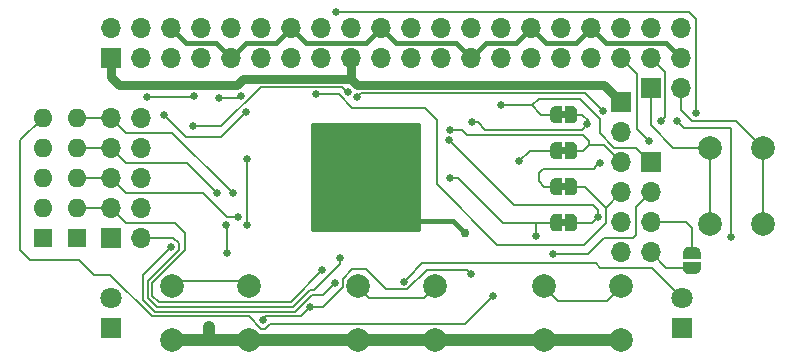
<source format=gbl>
G04 #@! TF.GenerationSoftware,KiCad,Pcbnew,(5.1.4)-1*
G04 #@! TF.CreationDate,2019-11-20T21:09:20+00:00*
G04 #@! TF.ProjectId,rgb-to-hdmi,7267622d-746f-42d6-9864-6d692e6b6963,rev?*
G04 #@! TF.SameCoordinates,Original*
G04 #@! TF.FileFunction,Copper,L2,Bot*
G04 #@! TF.FilePolarity,Positive*
%FSLAX46Y46*%
G04 Gerber Fmt 4.6, Leading zero omitted, Abs format (unit mm)*
G04 Created by KiCad (PCBNEW (5.1.4)-1) date 2019-11-20 21:09:20*
%MOMM*%
%LPD*%
G04 APERTURE LIST*
%ADD10C,0.100000*%
%ADD11O,1.600000X1.600000*%
%ADD12R,1.600000X1.600000*%
%ADD13R,1.700000X1.700000*%
%ADD14O,1.700000X1.700000*%
%ADD15C,0.500000*%
%ADD16R,1.800000X1.800000*%
%ADD17C,1.800000*%
%ADD18C,2.000000*%
%ADD19C,0.762000*%
%ADD20C,0.660400*%
%ADD21C,0.381000*%
%ADD22C,0.762000*%
%ADD23C,0.203200*%
%ADD24C,1.016000*%
%ADD25C,0.254000*%
G04 APERTURE END LIST*
D10*
G36*
X59476000Y-37444960D02*
G01*
X58976000Y-37444960D01*
X58976000Y-36844960D01*
X59476000Y-36844960D01*
X59476000Y-37444960D01*
G37*
G36*
X59476000Y-34396960D02*
G01*
X58976000Y-34396960D01*
X58976000Y-33796960D01*
X59476000Y-33796960D01*
X59476000Y-34396960D01*
G37*
G36*
X59461000Y-43540960D02*
G01*
X58961000Y-43540960D01*
X58961000Y-42940960D01*
X59461000Y-42940960D01*
X59461000Y-43540960D01*
G37*
G36*
X59476000Y-40492960D02*
G01*
X58976000Y-40492960D01*
X58976000Y-39892960D01*
X59476000Y-39892960D01*
X59476000Y-40492960D01*
G37*
D11*
X18027200Y-34350960D03*
X18027200Y-36890960D03*
X18027200Y-39430960D03*
X18027200Y-41970960D03*
D12*
X18027200Y-44510960D03*
D13*
X20872000Y-44510960D03*
D14*
X23412000Y-44510960D03*
X20872000Y-41970960D03*
X23412000Y-41970960D03*
X20872000Y-39430960D03*
X23412000Y-39430960D03*
X20872000Y-36890960D03*
X23412000Y-36890960D03*
X20872000Y-34350960D03*
X23412000Y-34350960D03*
D15*
X70071800Y-45791360D03*
D10*
G36*
X69322402Y-45791360D02*
G01*
X69322402Y-45766826D01*
X69327212Y-45717995D01*
X69336784Y-45669870D01*
X69351028Y-45622915D01*
X69369805Y-45577582D01*
X69392936Y-45534309D01*
X69420196Y-45493510D01*
X69451324Y-45455581D01*
X69486021Y-45420884D01*
X69523950Y-45389756D01*
X69564749Y-45362496D01*
X69608022Y-45339365D01*
X69653355Y-45320588D01*
X69700310Y-45306344D01*
X69748435Y-45296772D01*
X69797266Y-45291962D01*
X69821800Y-45291962D01*
X69821800Y-45291360D01*
X70321800Y-45291360D01*
X70321800Y-45291962D01*
X70346334Y-45291962D01*
X70395165Y-45296772D01*
X70443290Y-45306344D01*
X70490245Y-45320588D01*
X70535578Y-45339365D01*
X70578851Y-45362496D01*
X70619650Y-45389756D01*
X70657579Y-45420884D01*
X70692276Y-45455581D01*
X70723404Y-45493510D01*
X70750664Y-45534309D01*
X70773795Y-45577582D01*
X70792572Y-45622915D01*
X70806816Y-45669870D01*
X70816388Y-45717995D01*
X70821198Y-45766826D01*
X70821198Y-45791360D01*
X70821800Y-45791360D01*
X70821800Y-46291360D01*
X69321800Y-46291360D01*
X69321800Y-45791360D01*
X69322402Y-45791360D01*
X69322402Y-45791360D01*
G37*
D15*
X70071800Y-47091360D03*
D10*
G36*
X70821800Y-46591360D02*
G01*
X70821800Y-47091360D01*
X70821198Y-47091360D01*
X70821198Y-47115894D01*
X70816388Y-47164725D01*
X70806816Y-47212850D01*
X70792572Y-47259805D01*
X70773795Y-47305138D01*
X70750664Y-47348411D01*
X70723404Y-47389210D01*
X70692276Y-47427139D01*
X70657579Y-47461836D01*
X70619650Y-47492964D01*
X70578851Y-47520224D01*
X70535578Y-47543355D01*
X70490245Y-47562132D01*
X70443290Y-47576376D01*
X70395165Y-47585948D01*
X70346334Y-47590758D01*
X70321800Y-47590758D01*
X70321800Y-47591360D01*
X69821800Y-47591360D01*
X69821800Y-47590758D01*
X69797266Y-47590758D01*
X69748435Y-47585948D01*
X69700310Y-47576376D01*
X69653355Y-47562132D01*
X69608022Y-47543355D01*
X69564749Y-47520224D01*
X69523950Y-47492964D01*
X69486021Y-47461836D01*
X69451324Y-47427139D01*
X69420196Y-47389210D01*
X69392936Y-47348411D01*
X69369805Y-47305138D01*
X69351028Y-47259805D01*
X69336784Y-47212850D01*
X69327212Y-47164725D01*
X69322402Y-47115894D01*
X69322402Y-47091360D01*
X69321800Y-47091360D01*
X69321800Y-46591360D01*
X70821800Y-46591360D01*
X70821800Y-46591360D01*
G37*
D13*
X66592000Y-38135560D03*
D14*
X66592000Y-40675560D03*
X66592000Y-43215560D03*
X66592000Y-45755560D03*
X69132000Y-26730960D03*
X69132000Y-29270960D03*
X66592000Y-26730960D03*
X66592000Y-29270960D03*
X64052000Y-26730960D03*
X64052000Y-29270960D03*
X61512000Y-26730960D03*
X61512000Y-29270960D03*
X58972000Y-26730960D03*
X58972000Y-29270960D03*
X56432000Y-26730960D03*
X56432000Y-29270960D03*
X53892000Y-26730960D03*
X53892000Y-29270960D03*
X51352000Y-26730960D03*
X51352000Y-29270960D03*
X48812000Y-26730960D03*
X48812000Y-29270960D03*
X46272000Y-26730960D03*
X46272000Y-29270960D03*
X43732000Y-26730960D03*
X43732000Y-29270960D03*
X41192000Y-26730960D03*
X41192000Y-29270960D03*
X38652000Y-26730960D03*
X38652000Y-29270960D03*
X36112000Y-26730960D03*
X36112000Y-29270960D03*
X33572000Y-26730960D03*
X33572000Y-29270960D03*
X31032000Y-26730960D03*
X31032000Y-29270960D03*
X28492000Y-26730960D03*
X28492000Y-29270960D03*
X25952000Y-26730960D03*
X25952000Y-29270960D03*
X23412000Y-26730960D03*
X23412000Y-29270960D03*
X20872000Y-26730960D03*
D13*
X20872000Y-29270960D03*
D15*
X59876000Y-37144960D03*
D10*
G36*
X59876000Y-36395562D02*
G01*
X59900534Y-36395562D01*
X59949365Y-36400372D01*
X59997490Y-36409944D01*
X60044445Y-36424188D01*
X60089778Y-36442965D01*
X60133051Y-36466096D01*
X60173850Y-36493356D01*
X60211779Y-36524484D01*
X60246476Y-36559181D01*
X60277604Y-36597110D01*
X60304864Y-36637909D01*
X60327995Y-36681182D01*
X60346772Y-36726515D01*
X60361016Y-36773470D01*
X60370588Y-36821595D01*
X60375398Y-36870426D01*
X60375398Y-36894960D01*
X60376000Y-36894960D01*
X60376000Y-37394960D01*
X60375398Y-37394960D01*
X60375398Y-37419494D01*
X60370588Y-37468325D01*
X60361016Y-37516450D01*
X60346772Y-37563405D01*
X60327995Y-37608738D01*
X60304864Y-37652011D01*
X60277604Y-37692810D01*
X60246476Y-37730739D01*
X60211779Y-37765436D01*
X60173850Y-37796564D01*
X60133051Y-37823824D01*
X60089778Y-37846955D01*
X60044445Y-37865732D01*
X59997490Y-37879976D01*
X59949365Y-37889548D01*
X59900534Y-37894358D01*
X59876000Y-37894358D01*
X59876000Y-37894960D01*
X59376000Y-37894960D01*
X59376000Y-36394960D01*
X59876000Y-36394960D01*
X59876000Y-36395562D01*
X59876000Y-36395562D01*
G37*
D15*
X58576000Y-37144960D03*
D10*
G36*
X59076000Y-37894960D02*
G01*
X58576000Y-37894960D01*
X58576000Y-37894358D01*
X58551466Y-37894358D01*
X58502635Y-37889548D01*
X58454510Y-37879976D01*
X58407555Y-37865732D01*
X58362222Y-37846955D01*
X58318949Y-37823824D01*
X58278150Y-37796564D01*
X58240221Y-37765436D01*
X58205524Y-37730739D01*
X58174396Y-37692810D01*
X58147136Y-37652011D01*
X58124005Y-37608738D01*
X58105228Y-37563405D01*
X58090984Y-37516450D01*
X58081412Y-37468325D01*
X58076602Y-37419494D01*
X58076602Y-37394960D01*
X58076000Y-37394960D01*
X58076000Y-36894960D01*
X58076602Y-36894960D01*
X58076602Y-36870426D01*
X58081412Y-36821595D01*
X58090984Y-36773470D01*
X58105228Y-36726515D01*
X58124005Y-36681182D01*
X58147136Y-36637909D01*
X58174396Y-36597110D01*
X58205524Y-36559181D01*
X58240221Y-36524484D01*
X58278150Y-36493356D01*
X58318949Y-36466096D01*
X58362222Y-36442965D01*
X58407555Y-36424188D01*
X58454510Y-36409944D01*
X58502635Y-36400372D01*
X58551466Y-36395562D01*
X58576000Y-36395562D01*
X58576000Y-36394960D01*
X59076000Y-36394960D01*
X59076000Y-37894960D01*
X59076000Y-37894960D01*
G37*
D15*
X58576000Y-34096960D03*
D10*
G36*
X59076000Y-34846960D02*
G01*
X58576000Y-34846960D01*
X58576000Y-34846358D01*
X58551466Y-34846358D01*
X58502635Y-34841548D01*
X58454510Y-34831976D01*
X58407555Y-34817732D01*
X58362222Y-34798955D01*
X58318949Y-34775824D01*
X58278150Y-34748564D01*
X58240221Y-34717436D01*
X58205524Y-34682739D01*
X58174396Y-34644810D01*
X58147136Y-34604011D01*
X58124005Y-34560738D01*
X58105228Y-34515405D01*
X58090984Y-34468450D01*
X58081412Y-34420325D01*
X58076602Y-34371494D01*
X58076602Y-34346960D01*
X58076000Y-34346960D01*
X58076000Y-33846960D01*
X58076602Y-33846960D01*
X58076602Y-33822426D01*
X58081412Y-33773595D01*
X58090984Y-33725470D01*
X58105228Y-33678515D01*
X58124005Y-33633182D01*
X58147136Y-33589909D01*
X58174396Y-33549110D01*
X58205524Y-33511181D01*
X58240221Y-33476484D01*
X58278150Y-33445356D01*
X58318949Y-33418096D01*
X58362222Y-33394965D01*
X58407555Y-33376188D01*
X58454510Y-33361944D01*
X58502635Y-33352372D01*
X58551466Y-33347562D01*
X58576000Y-33347562D01*
X58576000Y-33346960D01*
X59076000Y-33346960D01*
X59076000Y-34846960D01*
X59076000Y-34846960D01*
G37*
D15*
X59876000Y-34096960D03*
D10*
G36*
X59876000Y-33347562D02*
G01*
X59900534Y-33347562D01*
X59949365Y-33352372D01*
X59997490Y-33361944D01*
X60044445Y-33376188D01*
X60089778Y-33394965D01*
X60133051Y-33418096D01*
X60173850Y-33445356D01*
X60211779Y-33476484D01*
X60246476Y-33511181D01*
X60277604Y-33549110D01*
X60304864Y-33589909D01*
X60327995Y-33633182D01*
X60346772Y-33678515D01*
X60361016Y-33725470D01*
X60370588Y-33773595D01*
X60375398Y-33822426D01*
X60375398Y-33846960D01*
X60376000Y-33846960D01*
X60376000Y-34346960D01*
X60375398Y-34346960D01*
X60375398Y-34371494D01*
X60370588Y-34420325D01*
X60361016Y-34468450D01*
X60346772Y-34515405D01*
X60327995Y-34560738D01*
X60304864Y-34604011D01*
X60277604Y-34644810D01*
X60246476Y-34682739D01*
X60211779Y-34717436D01*
X60173850Y-34748564D01*
X60133051Y-34775824D01*
X60089778Y-34798955D01*
X60044445Y-34817732D01*
X59997490Y-34831976D01*
X59949365Y-34841548D01*
X59900534Y-34846358D01*
X59876000Y-34846358D01*
X59876000Y-34846960D01*
X59376000Y-34846960D01*
X59376000Y-33346960D01*
X59876000Y-33346960D01*
X59876000Y-33347562D01*
X59876000Y-33347562D01*
G37*
D15*
X59861000Y-43240960D03*
D10*
G36*
X59861000Y-42491562D02*
G01*
X59885534Y-42491562D01*
X59934365Y-42496372D01*
X59982490Y-42505944D01*
X60029445Y-42520188D01*
X60074778Y-42538965D01*
X60118051Y-42562096D01*
X60158850Y-42589356D01*
X60196779Y-42620484D01*
X60231476Y-42655181D01*
X60262604Y-42693110D01*
X60289864Y-42733909D01*
X60312995Y-42777182D01*
X60331772Y-42822515D01*
X60346016Y-42869470D01*
X60355588Y-42917595D01*
X60360398Y-42966426D01*
X60360398Y-42990960D01*
X60361000Y-42990960D01*
X60361000Y-43490960D01*
X60360398Y-43490960D01*
X60360398Y-43515494D01*
X60355588Y-43564325D01*
X60346016Y-43612450D01*
X60331772Y-43659405D01*
X60312995Y-43704738D01*
X60289864Y-43748011D01*
X60262604Y-43788810D01*
X60231476Y-43826739D01*
X60196779Y-43861436D01*
X60158850Y-43892564D01*
X60118051Y-43919824D01*
X60074778Y-43942955D01*
X60029445Y-43961732D01*
X59982490Y-43975976D01*
X59934365Y-43985548D01*
X59885534Y-43990358D01*
X59861000Y-43990358D01*
X59861000Y-43990960D01*
X59361000Y-43990960D01*
X59361000Y-42490960D01*
X59861000Y-42490960D01*
X59861000Y-42491562D01*
X59861000Y-42491562D01*
G37*
D15*
X58561000Y-43240960D03*
D10*
G36*
X59061000Y-43990960D02*
G01*
X58561000Y-43990960D01*
X58561000Y-43990358D01*
X58536466Y-43990358D01*
X58487635Y-43985548D01*
X58439510Y-43975976D01*
X58392555Y-43961732D01*
X58347222Y-43942955D01*
X58303949Y-43919824D01*
X58263150Y-43892564D01*
X58225221Y-43861436D01*
X58190524Y-43826739D01*
X58159396Y-43788810D01*
X58132136Y-43748011D01*
X58109005Y-43704738D01*
X58090228Y-43659405D01*
X58075984Y-43612450D01*
X58066412Y-43564325D01*
X58061602Y-43515494D01*
X58061602Y-43490960D01*
X58061000Y-43490960D01*
X58061000Y-42990960D01*
X58061602Y-42990960D01*
X58061602Y-42966426D01*
X58066412Y-42917595D01*
X58075984Y-42869470D01*
X58090228Y-42822515D01*
X58109005Y-42777182D01*
X58132136Y-42733909D01*
X58159396Y-42693110D01*
X58190524Y-42655181D01*
X58225221Y-42620484D01*
X58263150Y-42589356D01*
X58303949Y-42562096D01*
X58347222Y-42538965D01*
X58392555Y-42520188D01*
X58439510Y-42505944D01*
X58487635Y-42496372D01*
X58536466Y-42491562D01*
X58561000Y-42491562D01*
X58561000Y-42490960D01*
X59061000Y-42490960D01*
X59061000Y-43990960D01*
X59061000Y-43990960D01*
G37*
D15*
X58576000Y-40192960D03*
D10*
G36*
X59076000Y-40942960D02*
G01*
X58576000Y-40942960D01*
X58576000Y-40942358D01*
X58551466Y-40942358D01*
X58502635Y-40937548D01*
X58454510Y-40927976D01*
X58407555Y-40913732D01*
X58362222Y-40894955D01*
X58318949Y-40871824D01*
X58278150Y-40844564D01*
X58240221Y-40813436D01*
X58205524Y-40778739D01*
X58174396Y-40740810D01*
X58147136Y-40700011D01*
X58124005Y-40656738D01*
X58105228Y-40611405D01*
X58090984Y-40564450D01*
X58081412Y-40516325D01*
X58076602Y-40467494D01*
X58076602Y-40442960D01*
X58076000Y-40442960D01*
X58076000Y-39942960D01*
X58076602Y-39942960D01*
X58076602Y-39918426D01*
X58081412Y-39869595D01*
X58090984Y-39821470D01*
X58105228Y-39774515D01*
X58124005Y-39729182D01*
X58147136Y-39685909D01*
X58174396Y-39645110D01*
X58205524Y-39607181D01*
X58240221Y-39572484D01*
X58278150Y-39541356D01*
X58318949Y-39514096D01*
X58362222Y-39490965D01*
X58407555Y-39472188D01*
X58454510Y-39457944D01*
X58502635Y-39448372D01*
X58551466Y-39443562D01*
X58576000Y-39443562D01*
X58576000Y-39442960D01*
X59076000Y-39442960D01*
X59076000Y-40942960D01*
X59076000Y-40942960D01*
G37*
D15*
X59876000Y-40192960D03*
D10*
G36*
X59876000Y-39443562D02*
G01*
X59900534Y-39443562D01*
X59949365Y-39448372D01*
X59997490Y-39457944D01*
X60044445Y-39472188D01*
X60089778Y-39490965D01*
X60133051Y-39514096D01*
X60173850Y-39541356D01*
X60211779Y-39572484D01*
X60246476Y-39607181D01*
X60277604Y-39645110D01*
X60304864Y-39685909D01*
X60327995Y-39729182D01*
X60346772Y-39774515D01*
X60361016Y-39821470D01*
X60370588Y-39869595D01*
X60375398Y-39918426D01*
X60375398Y-39942960D01*
X60376000Y-39942960D01*
X60376000Y-40442960D01*
X60375398Y-40442960D01*
X60375398Y-40467494D01*
X60370588Y-40516325D01*
X60361016Y-40564450D01*
X60346772Y-40611405D01*
X60327995Y-40656738D01*
X60304864Y-40700011D01*
X60277604Y-40740810D01*
X60246476Y-40778739D01*
X60211779Y-40813436D01*
X60173850Y-40844564D01*
X60133051Y-40871824D01*
X60089778Y-40894955D01*
X60044445Y-40913732D01*
X59997490Y-40927976D01*
X59949365Y-40937548D01*
X59900534Y-40942358D01*
X59876000Y-40942358D01*
X59876000Y-40942960D01*
X59376000Y-40942960D01*
X59376000Y-39442960D01*
X59876000Y-39442960D01*
X59876000Y-39443562D01*
X59876000Y-39443562D01*
G37*
D13*
X64100800Y-33054001D03*
D14*
X64100800Y-35594001D03*
X64100800Y-38134001D03*
X64100800Y-40674001D03*
X64100800Y-43214001D03*
X64100800Y-45754001D03*
D13*
X66592000Y-31810960D03*
D14*
X69132000Y-31810960D03*
D16*
X20872000Y-52130960D03*
D17*
X20872000Y-49590960D03*
D16*
X69259000Y-52130960D03*
D17*
X69259000Y-49590960D03*
D12*
X15106200Y-44510960D03*
D11*
X15106200Y-41970960D03*
X15106200Y-39430960D03*
X15106200Y-36890960D03*
X15106200Y-34350960D03*
D18*
X26056000Y-53146960D03*
X26056000Y-48646960D03*
X32556000Y-53146960D03*
X32556000Y-48646960D03*
X48304000Y-48646960D03*
X48304000Y-53146960D03*
X41804000Y-48646960D03*
X41804000Y-53146960D03*
X64052000Y-48646960D03*
X64052000Y-53146960D03*
X57552000Y-48646960D03*
X57552000Y-53146960D03*
X76117000Y-43390960D03*
X71617000Y-43390960D03*
X76117000Y-36890960D03*
X71617000Y-36890960D03*
D19*
X48329400Y-31556960D03*
X44062200Y-31556960D03*
X50844000Y-44129960D03*
X44052000Y-35200960D03*
X39252000Y-43600960D03*
X39261600Y-37856160D03*
D20*
X23920000Y-32572960D03*
X27907806Y-32522160D03*
X30016000Y-32699960D03*
X32378200Y-43418760D03*
X32403600Y-37856162D03*
X31872819Y-32535900D03*
X39922000Y-25410160D03*
X70402000Y-33969961D03*
X62528000Y-33766760D03*
X62274000Y-38160960D03*
X41733715Y-32599401D03*
X66439562Y-36357560D03*
X51352000Y-47558960D03*
X33728920Y-51466040D03*
X37774034Y-50364126D03*
X67460120Y-34600440D03*
X55441400Y-38033960D03*
X45713198Y-48244760D03*
X53892000Y-33309560D03*
X49574000Y-39430960D03*
X56838400Y-44383960D03*
X58311600Y-45882560D03*
X68801800Y-34630360D03*
X73373800Y-44460160D03*
D19*
X29228600Y-52120150D03*
D20*
X25342400Y-34096960D03*
X32327400Y-33919160D03*
X31212545Y-40731430D03*
X29863600Y-40700960D03*
X31616212Y-42783760D03*
X38801606Y-47289011D03*
X40281125Y-46204250D03*
X25977400Y-45298360D03*
X39864149Y-48321140D03*
X53257000Y-49463960D03*
X49574000Y-35366960D03*
X38215729Y-32369781D03*
X61232600Y-34935160D03*
X51479000Y-34731960D03*
X49554715Y-36238955D03*
X62121612Y-42758360D03*
X30676400Y-45780960D03*
X27857000Y-35087560D03*
X30657178Y-43452348D03*
X40955220Y-32225540D03*
D21*
X64100800Y-32850360D02*
X64100800Y-33054001D01*
X50844000Y-44129960D02*
X49828000Y-43113960D01*
X49828000Y-43113960D02*
X46780000Y-43113960D01*
D22*
X41192000Y-29270960D02*
X41192000Y-31048960D01*
X41700000Y-31556960D02*
X44062200Y-31556960D01*
X44062200Y-31556960D02*
X48329400Y-31556960D01*
X41192000Y-31048960D02*
X41700000Y-31556960D01*
D21*
X40302000Y-38950960D02*
X39252000Y-38950960D01*
X44052000Y-35200960D02*
X40302000Y-38950960D01*
X39252000Y-38950960D02*
X39252000Y-43600960D01*
X39252000Y-38950960D02*
X39252000Y-37865760D01*
X39252000Y-37865760D02*
X39261600Y-37856160D01*
D22*
X62603759Y-31556960D02*
X64100800Y-33054001D01*
X48329400Y-31556960D02*
X62603759Y-31556960D01*
X41192000Y-31048960D02*
X41191978Y-31048938D01*
X41191978Y-31048938D02*
X32040908Y-31048938D01*
X32040908Y-31048938D02*
X31532886Y-31556960D01*
X21546000Y-31556960D02*
X20872000Y-30882960D01*
X31532886Y-31556960D02*
X21546000Y-31556960D01*
X20872000Y-30882960D02*
X20872000Y-29270960D01*
D23*
X23920000Y-32572960D02*
X27857006Y-32572960D01*
X27857006Y-32572960D02*
X27907806Y-32522160D01*
X32378200Y-43418760D02*
X32378200Y-37881562D01*
X32378200Y-37881562D02*
X32403600Y-37856162D01*
X31708759Y-32699960D02*
X31872819Y-32535900D01*
X30016000Y-32699960D02*
X31708759Y-32699960D01*
X39922000Y-25410160D02*
X69817800Y-25410160D01*
X69817800Y-25410160D02*
X70402000Y-25994360D01*
X70402000Y-25994360D02*
X70402000Y-33502988D01*
X70402000Y-33502988D02*
X70402000Y-33969961D01*
X66592000Y-43215560D02*
X69589200Y-43215560D01*
X70071800Y-43698160D02*
X70071800Y-45791360D01*
X69589200Y-43215560D02*
X70071800Y-43698160D01*
X61943801Y-38491159D02*
X62274000Y-38160960D01*
X57524200Y-40192960D02*
X57092400Y-39761160D01*
X58576000Y-40192960D02*
X57524200Y-40192960D01*
X57092400Y-39761160D02*
X57092400Y-39049960D01*
X57092400Y-39049960D02*
X57473400Y-38668960D01*
X57473400Y-38668960D02*
X61766000Y-38668960D01*
X61766000Y-38668960D02*
X61943801Y-38491159D01*
X61030442Y-32269202D02*
X42063914Y-32269202D01*
X42063914Y-32269202D02*
X41733715Y-32599401D01*
X62528000Y-33766760D02*
X61030442Y-32269202D01*
X57552000Y-48646960D02*
X57552000Y-48678960D01*
X57552000Y-48678960D02*
X58718000Y-49844960D01*
X62854000Y-49844960D02*
X64052000Y-48646960D01*
X58718000Y-49844960D02*
X62854000Y-49844960D01*
X64052000Y-29270960D02*
X65423602Y-30642562D01*
X65423602Y-30642562D02*
X65423602Y-35341600D01*
X66109363Y-36027361D02*
X66439562Y-36357560D01*
X65423602Y-35341600D02*
X66109363Y-36027361D01*
X45967199Y-48905161D02*
X44189201Y-48905161D01*
X47643599Y-47228761D02*
X45967199Y-48905161D01*
X51352000Y-47558960D02*
X51021801Y-47228761D01*
X44189201Y-48905161D02*
X42462000Y-47177960D01*
X51021801Y-47228761D02*
X47643599Y-47228761D01*
X41827000Y-47177960D02*
X41424589Y-47177960D01*
X42462000Y-47177960D02*
X41827000Y-47177960D01*
X32103000Y-48193960D02*
X32556000Y-48646960D01*
X26056000Y-48646960D02*
X26509000Y-48193960D01*
X26509000Y-48193960D02*
X32103000Y-48193960D01*
X41827000Y-47177960D02*
X41341894Y-47177960D01*
X41341894Y-47177960D02*
X40499199Y-48020655D01*
X40499199Y-48020655D02*
X40499199Y-48721310D01*
X40499199Y-48721310D02*
X38856383Y-50364126D01*
X36946987Y-51191173D02*
X37443835Y-50694325D01*
X37443835Y-50694325D02*
X37774034Y-50364126D01*
X34003787Y-51191173D02*
X36946987Y-51191173D01*
X33728920Y-51466040D02*
X34003787Y-51191173D01*
X38241007Y-50364126D02*
X37774034Y-50364126D01*
X38856383Y-50364126D02*
X38241007Y-50364126D01*
X41804000Y-48646960D02*
X41804000Y-48678960D01*
X41804000Y-48678960D02*
X42716000Y-49590960D01*
X42716000Y-49590960D02*
X47360000Y-49590960D01*
X47360000Y-49590960D02*
X48304000Y-48646960D01*
X67790319Y-34270241D02*
X67460120Y-34600440D01*
X67790319Y-30469279D02*
X67790319Y-34270241D01*
X66592000Y-29270960D02*
X67790319Y-30469279D01*
X58576000Y-37144960D02*
X56330400Y-37144960D01*
X56330400Y-37144960D02*
X55441400Y-38033960D01*
X71617000Y-36890960D02*
X71617000Y-43390960D01*
X66592000Y-32246960D02*
X66592000Y-31810960D01*
X69919400Y-36890960D02*
X71617000Y-36890960D01*
X68497000Y-36890960D02*
X69919400Y-36890960D01*
X66592000Y-31810960D02*
X66592000Y-34985960D01*
X66592000Y-34985960D02*
X68497000Y-36890960D01*
X76117000Y-36890960D02*
X76117000Y-43390960D01*
X69132000Y-31810960D02*
X69132000Y-33715964D01*
X75117001Y-35890961D02*
X76117000Y-36890960D01*
X73831000Y-34604960D02*
X75117001Y-35890961D01*
X69132000Y-33715964D02*
X70046398Y-34630362D01*
X70046398Y-34630362D02*
X70656002Y-34630362D01*
X70681404Y-34604960D02*
X73831000Y-34604960D01*
X70656002Y-34630362D02*
X70681404Y-34604960D01*
X46043397Y-47914561D02*
X45713198Y-48244760D01*
X47262598Y-46695360D02*
X46043397Y-47914561D01*
X61918400Y-46695360D02*
X47262598Y-46695360D01*
X62274000Y-47050960D02*
X61918400Y-46695360D01*
X69259000Y-49590960D02*
X66719000Y-47050960D01*
X66719000Y-47050960D02*
X62274000Y-47050960D01*
X53892000Y-33309560D02*
X55390600Y-33309560D01*
X56559000Y-33309560D02*
X57117800Y-32750760D01*
X55390600Y-33309560D02*
X56559000Y-33309560D01*
X57117800Y-32750760D02*
X60572198Y-32750760D01*
X60572198Y-32750760D02*
X62260638Y-34439200D01*
X62260638Y-34439200D02*
X62260638Y-35683798D01*
X62260638Y-35683798D02*
X63467800Y-36890960D01*
X65347400Y-36890960D02*
X66592000Y-38135560D01*
X63467800Y-36890960D02*
X65347400Y-36890960D01*
X57321000Y-34096960D02*
X58576000Y-34096960D01*
X55390600Y-33309560D02*
X56533600Y-33309560D01*
X56533600Y-33309560D02*
X57321000Y-34096960D01*
X57453000Y-43240960D02*
X58561000Y-43240960D01*
X49574000Y-39430960D02*
X50259800Y-39430960D01*
X50259800Y-39430960D02*
X54069800Y-43240960D01*
X56838400Y-43240960D02*
X57453000Y-43240960D01*
X54069800Y-43240960D02*
X56838400Y-43240960D01*
X56838400Y-43916987D02*
X56838400Y-44383960D01*
X56838400Y-43240960D02*
X56838400Y-43916987D01*
X66592000Y-40675560D02*
X65322000Y-41945560D01*
X61283400Y-45882560D02*
X58778573Y-45882560D01*
X58778573Y-45882560D02*
X58311600Y-45882560D01*
X62655000Y-44510960D02*
X61283400Y-45882560D01*
X65093400Y-44510960D02*
X62655000Y-44510960D01*
X65322000Y-44282360D02*
X65093400Y-44510960D01*
X65322000Y-41945560D02*
X65322000Y-44282360D01*
D21*
X61512000Y-26730960D02*
X62782000Y-28000960D01*
X67862000Y-28000960D02*
X69132000Y-29270960D01*
X62782000Y-28000960D02*
X67862000Y-28000960D01*
X56432000Y-26730960D02*
X57702000Y-28000960D01*
X60242000Y-28000960D02*
X61512000Y-26730960D01*
X57702000Y-28000960D02*
X60242000Y-28000960D01*
X51352000Y-29270960D02*
X52622000Y-28000960D01*
X55162000Y-28000960D02*
X56432000Y-26730960D01*
X52622000Y-28000960D02*
X55162000Y-28000960D01*
X51352000Y-29270960D02*
X50082000Y-28000960D01*
X45002000Y-28000960D02*
X43732000Y-26730960D01*
X50082000Y-28000960D02*
X45002000Y-28000960D01*
X31032000Y-29270960D02*
X29762000Y-28000960D01*
X27222000Y-28000960D02*
X25952000Y-26730960D01*
X29762000Y-28000960D02*
X27222000Y-28000960D01*
X31032000Y-29270960D02*
X31032000Y-29016960D01*
X36112000Y-26730960D02*
X34842000Y-28000960D01*
X32302000Y-28000960D02*
X31032000Y-29270960D01*
X34842000Y-28000960D02*
X32302000Y-28000960D01*
X36112000Y-26730960D02*
X37382000Y-28000960D01*
X37382000Y-28000960D02*
X42462000Y-28000960D01*
X42462000Y-28000960D02*
X43732000Y-26730960D01*
D24*
X41804000Y-53146960D02*
X32556000Y-53146960D01*
X57552000Y-53146960D02*
X48304000Y-53146960D01*
X41804000Y-53146960D02*
X48304000Y-53146960D01*
X57552000Y-53146960D02*
X64052000Y-53146960D01*
D23*
X69131999Y-34960559D02*
X68801800Y-34630360D01*
X69436800Y-35265360D02*
X69131999Y-34960559D01*
X73348400Y-35265360D02*
X69436800Y-35265360D01*
X73373800Y-35290760D02*
X73348400Y-35265360D01*
X73373800Y-44460160D02*
X73373800Y-43266360D01*
X73373800Y-43901360D02*
X73373800Y-43266360D01*
X73373800Y-43266360D02*
X73373800Y-35290760D01*
D24*
X32327388Y-53375572D02*
X32556000Y-53146960D01*
X29228600Y-53045360D02*
X29127000Y-53146960D01*
X29228600Y-52120150D02*
X29228600Y-53045360D01*
X32556000Y-53146960D02*
X29127000Y-53146960D01*
X29127000Y-53146960D02*
X26056000Y-53146960D01*
D23*
X27272800Y-36027360D02*
X30219200Y-36027360D01*
X25342400Y-34096960D02*
X27272800Y-36027360D01*
X31997201Y-34249359D02*
X32327400Y-33919160D01*
X30219200Y-36027360D02*
X31997201Y-34249359D01*
X19669919Y-34350960D02*
X18027200Y-34350960D01*
X20872000Y-34350960D02*
X19669919Y-34350960D01*
X26102075Y-35620960D02*
X30882346Y-40401231D01*
X30882346Y-40401231D02*
X31212545Y-40731430D01*
X22142000Y-35620960D02*
X26102075Y-35620960D01*
X20872000Y-34350960D02*
X22142000Y-35620960D01*
X22142000Y-38160960D02*
X20872000Y-36890960D01*
X29863600Y-40700960D02*
X27323600Y-38160960D01*
X27323600Y-38160960D02*
X22142000Y-38160960D01*
X19669919Y-36890960D02*
X18027200Y-36890960D01*
X20872000Y-36890960D02*
X19669919Y-36890960D01*
X22142000Y-40700960D02*
X20872000Y-39430960D01*
X28660027Y-40700960D02*
X22142000Y-40700960D01*
X31616212Y-42783760D02*
X30742827Y-42783760D01*
X30742827Y-42783760D02*
X28660027Y-40700960D01*
X20872000Y-39430960D02*
X18027200Y-39430960D01*
X19669919Y-41970960D02*
X18027200Y-41970960D01*
X20872000Y-41970960D02*
X19669919Y-41970960D01*
X22142000Y-43240960D02*
X21721999Y-42820959D01*
X21721999Y-42820959D02*
X20872000Y-41970960D01*
X26333000Y-43240960D02*
X22142000Y-43240960D01*
X27196609Y-44104569D02*
X26333000Y-43240960D01*
X24935967Y-49971927D02*
X24402600Y-49438560D01*
X38801606Y-47289011D02*
X36118690Y-49971927D01*
X27196609Y-45593704D02*
X27196609Y-44104569D01*
X24402600Y-49438560D02*
X24402600Y-48387713D01*
X24402600Y-48387713D02*
X27196609Y-45593704D01*
X36118690Y-49971927D02*
X24935967Y-49971927D01*
X40281125Y-46746827D02*
X38097381Y-48930571D01*
X38097381Y-48930571D02*
X37734796Y-48930571D01*
X37734796Y-48930571D02*
X36287017Y-50378351D01*
X24767627Y-50378338D02*
X23996189Y-49606900D01*
X23996189Y-49606900D02*
X23996189Y-48219373D01*
X23996189Y-48219373D02*
X26612401Y-45603161D01*
X26612401Y-45603161D02*
X26612401Y-44993559D01*
X32892693Y-50378351D02*
X32892680Y-50378338D01*
X32892680Y-50378338D02*
X24767627Y-50378338D01*
X36287017Y-50378351D02*
X32892693Y-50378351D01*
X24614081Y-44510960D02*
X23412000Y-44510960D01*
X26129802Y-44510960D02*
X24614081Y-44510960D01*
X26612401Y-44993559D02*
X26129802Y-44510960D01*
X40281125Y-46204250D02*
X40281125Y-46746827D01*
X37903137Y-49336982D02*
X38848307Y-49336982D01*
X39533950Y-48651339D02*
X39864149Y-48321140D01*
X38848307Y-49336982D02*
X39533950Y-48651339D01*
X23589778Y-49775240D02*
X24599287Y-50784749D01*
X36455357Y-50784762D02*
X37903137Y-49336982D01*
X24599287Y-50784749D02*
X32724340Y-50784749D01*
X32724353Y-50784762D02*
X36455357Y-50784762D01*
X32724340Y-50784749D02*
X32724353Y-50784762D01*
X23589778Y-47685982D02*
X23589778Y-49775240D01*
X25977400Y-45298360D02*
X23589778Y-47685982D01*
X15004600Y-46415960D02*
X14064800Y-46415960D01*
X15004600Y-46415960D02*
X14903000Y-46415960D01*
X14064800Y-46415960D02*
X13201200Y-45552360D01*
X13201200Y-36255960D02*
X15106200Y-34350960D01*
X13201200Y-45552360D02*
X13201200Y-36255960D01*
X18205000Y-46415960D02*
X15004600Y-46415960D01*
X19475000Y-47685960D02*
X18205000Y-46415960D01*
X20846600Y-47685960D02*
X19475000Y-47685960D01*
X24351800Y-51191160D02*
X20846600Y-47685960D01*
X32556000Y-51191160D02*
X24351800Y-51191160D01*
X33597402Y-52232562D02*
X32556000Y-51191160D01*
X33927600Y-52232562D02*
X33597402Y-52232562D01*
X34318003Y-51842159D02*
X33927600Y-52232562D01*
X53257000Y-49463960D02*
X50878801Y-51842159D01*
X50878801Y-51842159D02*
X34318003Y-51842159D01*
X61385000Y-36636960D02*
X60877000Y-37144960D01*
X60877000Y-37144960D02*
X59876000Y-37144960D01*
X62603759Y-36636960D02*
X64100800Y-38134001D01*
X61385000Y-36636960D02*
X62603759Y-36636960D01*
X61385000Y-36357560D02*
X61385000Y-36636960D01*
X60851600Y-35824160D02*
X61385000Y-36357560D01*
X51047200Y-35824160D02*
X60851600Y-35824160D01*
X49574000Y-35366960D02*
X50590000Y-35366960D01*
X50590000Y-35366960D02*
X51047200Y-35824160D01*
X62782001Y-41992800D02*
X64100800Y-40674001D01*
X61004000Y-40192960D02*
X59876000Y-40192960D01*
X62782001Y-41992800D02*
X62782001Y-41970961D01*
X62782001Y-41970961D02*
X61004000Y-40192960D01*
X38215750Y-32369760D02*
X38215729Y-32369781D01*
X40176000Y-32369760D02*
X38215750Y-32369760D01*
X41318999Y-33512759D02*
X40176000Y-32369760D01*
X47465799Y-33512759D02*
X41318999Y-33512759D01*
X62782001Y-43291759D02*
X60953200Y-45120560D01*
X62782001Y-41992800D02*
X62782001Y-43291759D01*
X60953200Y-45120560D02*
X53612600Y-45120560D01*
X53612600Y-45120560D02*
X48507200Y-40015160D01*
X48507200Y-40015160D02*
X48507200Y-34554160D01*
X48507200Y-34554160D02*
X47465799Y-33512759D01*
X61142990Y-35024770D02*
X61232600Y-34935160D01*
X60800800Y-35366960D02*
X61232600Y-34935160D01*
X52580973Y-35366960D02*
X60800800Y-35366960D01*
X51479000Y-34731960D02*
X51945973Y-34731960D01*
X51945973Y-34731960D02*
X52580973Y-35366960D01*
X60800800Y-34096960D02*
X59876000Y-34096960D01*
X61334200Y-34630360D02*
X60800800Y-34096960D01*
X61232600Y-34935160D02*
X61334200Y-34833560D01*
X61334200Y-34833560D02*
X61334200Y-34630360D01*
X59861000Y-43240960D02*
X61639012Y-43240960D01*
X61639012Y-43240960D02*
X61791413Y-43088559D01*
X61791413Y-43088559D02*
X62121612Y-42758360D01*
X62121612Y-42174172D02*
X62121612Y-42758360D01*
X61664400Y-41716960D02*
X62121612Y-42174172D01*
X49554715Y-36238955D02*
X55032720Y-41716960D01*
X55032720Y-41716960D02*
X61664400Y-41716960D01*
X67927800Y-47091360D02*
X70071800Y-47091360D01*
X66592000Y-45755560D02*
X67927800Y-47091360D01*
X30676400Y-45780960D02*
X30676400Y-43471570D01*
X30676400Y-43471570D02*
X30657178Y-43452348D01*
X40625021Y-31895341D02*
X40955220Y-32225540D01*
X40464429Y-31734749D02*
X40625021Y-31895341D01*
X33572011Y-31734749D02*
X40464429Y-31734749D01*
X30219200Y-35087560D02*
X33572011Y-31734749D01*
X27857000Y-35087560D02*
X30219200Y-35087560D01*
D25*
G36*
X46975000Y-43873960D02*
G01*
X37929000Y-43873960D01*
X37929000Y-34927960D01*
X46975000Y-34927960D01*
X46975000Y-43873960D01*
X46975000Y-43873960D01*
G37*
X46975000Y-43873960D02*
X37929000Y-43873960D01*
X37929000Y-34927960D01*
X46975000Y-34927960D01*
X46975000Y-43873960D01*
M02*

</source>
